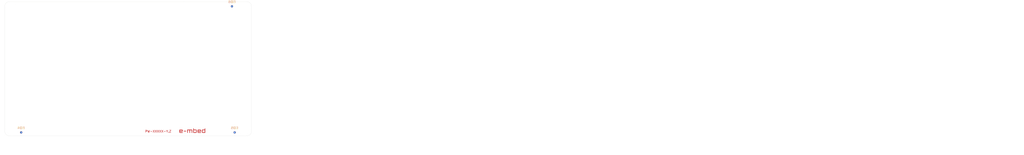
<source format=kicad_pcb>
(kicad_pcb (version 20240108) (generator "pcbnew") (generator_version "8.0")
  (layers (0 "F.Cu" signal) (1 "In1.Cu" signal) (2 "In2.Cu" signal) (31 "B.Cu" signal) (34 "B.Paste" user) (35 "F.Paste" user) (36 "B.SilkS" user "B.Silkscreen") (37 "F.SilkS" user "F.Silkscreen") (38 "B.Mask" user) (39 "F.Mask" user) (44 "Edge.Cuts" user))
  (property "Customer" "e-mbed")
  (property "PCB_BaseCopper" "35/17/17/35")
  (property "PCB_CTI_PLC" "5")
  (property "PCB_Code" "PW-XXXXX")
  (property "PCB_Designer" "Xosu Ph.")
  (property "PCB_Dim" "0 x 0 mm")
  (property "PCB_Finish" "HASL (lead free)")
  (property "PCB_Flammability" "94V-0")
  (property "PCB_HF" "Yes")
  (property "PCB_IPC" "II")
  (property "PCB_Layers" "4")
  (property "PCB_Overlay" "Top (Wite)")
  (property "PCB_PanelDim" "0 x 0 mm")
  (property "PCB_PanelRowCol" "0/0")
  (property "PCB_Revision" "Y.Z")
  (property "PCB_SeparationMethod" "CNC breakout pips")
  (property "PCB_Silkscreen" "Top & Bottom")
  (property "PCB_SoldermaskColor" "Green")
  (property "PCB_Substrate" "FR-4")
  (property "PCB_Tg" "Tg130")
  (property "PCB_Thickness" "1.6 mm")
  (property "PCB_UL" "Yes")
  (property "Project_Customer" "e-mbed")
  (property "Project_Name" "EMB-XXXXX ProjectName")
  (property "Sch_Code" "EW-XXXXX")
  (property "Sch_Designer" "Xosu Ph.")
  (property "Sch_Revision" "1.0")
  (net 0 "")
  (footprint "e-mbedLocalLib:e-mbedTextCopperMedium" (layer "F.Cu") (at 159.185786 135.285786)
    (property "Reference" "Lo1" (hide yes))
    (property "Value" "~" (hide yes))
    (fp_poly (pts (xy -2.744114 0.232911) (xy -2.744114 0.372658) (xy -3.256519 0.372658) (xy -3.768923 0.372658) (xy -3.768923 0.232911) (xy -3.768923 0.093165) (xy -3.256519 0.093165) (xy -2.744114 0.093165)) (fill solid) (layer "F.Cu"))
    (fp_poly (pts (xy -4.47189 -0.464999) (xy -4.408674 -0.426248) (xy -4.355269 -0.375409) (xy -4.313622 -0.315016) (xy -4.285679 -0.247604) (xy -4.277393 -0.211695) (xy -4.274502 -0.184525) (xy -4.272301 -0.141679) (xy -4.270819 -0.084404) (xy -4.27008 -0.013949) (xy -4.270112 0.068437) (xy -4.270431 0.114338) (xy -4.272857 0.385362) (xy -4.884778 0.387535) (xy -5.496699 0.389708) (xy -5.496699 0.527923) (xy -5.496596 0.57936) (xy -5.496059 0.616615) (xy -5.494744 0.642447) (xy -5.492307 0.659612) (xy -5.488402 0.670867) (xy -5.482687 0.67897) (xy -5.477158 0.684494) (xy -5.457618 0.702852) (xy -4.865238 0.705027) (xy -4.272857 0.707203) (xy -4.27053 0.844832) (xy -4.268203 0.982461) (xy -4.888803 0.982089) (xy -5.012166 0.981956) (xy -5.119614 0.9817) (xy -5.212172 0.981305) (xy -5.290864 0.980752) (xy -5.356713 0.980024) (xy -5.410744 0.979101) (xy -5.453981 0.977968) (xy -5.487448 0.976605) (xy -5.512169 0.974994) (xy -5.529168 0.973118) (xy -5.53947 0.970958) (xy -5.540366 0.970657) (xy -5.604481 0.939448) (xy -5.663318 0.894913) (xy -5.713051 0.840526) (xy -5.749258 0.78104) (xy -5.771957 0.732611) (xy -5.774417 0.268017) (xy -5.774911 0.165624) (xy -5.7752 0.078728) (xy -5.775253 0.00589) (xy -5.77516 -0.020031) (xy -5.496699 -0.020031) (xy -5.496699 0.127043) (xy -5.026642 0.127043) (xy -4.556585 0.127043) (xy -4.556585 -0.025408) (xy -4.556711 -0.080108) (xy -4.557258 -0.12044) (xy -4.558486 -0.148975) (xy -4.560649 -0.168285) (xy -4.564006 -0.180939) (xy -4.568814 -0.189508) (xy -4.573524 -0.194798) (xy -4.577757 -0.198572) (xy -4.583212 -0.20174) (xy -4.591306 -0.204354) (xy -4.603457 -0.206468) (xy -4.621082 -0.208134) (xy -4.645598 -0.209407) (xy -4.678423 -0.210339) (xy -4.720975 -0.210982) (xy -4.774671 -0.211391) (xy -4.840928 -0.211617) (xy -4.921164 -0.211715) (xy -5.016797 -0.211737) (xy -5.026027 -0.211737) (xy -5.461591 -0.211737) (xy -5.479145 -0.189421) (xy -5.485538 -0.180136) (xy -5.490164 -0.169201) (xy -5.493306 -0.153888) (xy -5.495247 -0.131472) (xy -5.496269 -0.099223) (xy -5.496655 -0.054416) (xy -5.496699 -0.020031) (xy -5.77516 -0.020031) (xy -5.775037 -0.054332) (xy -5.774522 -0.103378) (xy -5.773675 -0.142689) (xy -5.772465 -0.173704) (xy -5.77086 -0.197865) (xy -5.768828 -0.216611) (xy -5.766339 -0.231384) (xy -5.763359 -0.243624) (xy -5.763141 -0.244387) (xy -5.735392 -0.311415) (xy -5.693618 -0.372138) (xy -5.640411 -0.423533) (xy -5.578367 -0.462574) (xy -5.574407 -0.464463) (xy -5.526342 -0.486995) (xy -5.022407 -0.486995) (xy -4.518473 -0.486995)) (fill solid) (layer "F.Cu"))
    (fp_poly (pts (xy -1.251185 -0.489251) (xy -0.266424 -0.486995) (xy -0.210666 -0.459544) (xy -0.148756 -0.419774) (xy -0.095947 -0.366513) (xy -0.053886 -0.301479) (xy -0.048149 -0.289854) (xy -0.021173 -0.232911) (xy -0.018738 0.374775) (xy -0.016303 0.982461) (xy -0.156368 0.982461) (xy -0.296432 0.982461) (xy -0.296432 0.407678) (xy -0.296441 0.295061) (xy -0.296491 0.198149) (xy -0.29662 0.115708) (xy -0.296864 0.046505) (xy -0.297258 -0.010694) (xy -0.297839 -0.057123) (xy -0.298643 -0.094016) (xy -0.299707 -0.122607) (xy -0.301067 -0.144129) (xy -0.302758 -0.159816) (xy -0.304818 -0.170902) (xy -0.307283 -0.178621) (xy -0.310189 -0.184207) (xy -0.313571 -0.188893) (xy -0.313986 -0.189421) (xy -0.331539 -0.211737) (xy -0.640061 -0.211737) (xy -0.720575 -0.211704) (xy -0.785861 -0.211545) (xy -0.837631 -0.211171) (xy -0.877594 -0.210493) (xy -0.907463 -0.209422) (xy -0.928947 -0.207869) (xy -0.943758 -0.205745) (xy -0.953607 -0.20296) (xy -0.960206 -0.199427) (xy -0.965264 -0.195055) (xy -0.965522 -0.194798) (xy -0.968826 -0.191125) (xy -0.971671 -0.186386) (xy -0.97409 -0.179366) (xy -0.976117 -0.168849) (xy -0.977788 -0.153617) (xy -0.979136 -0.132454) (xy -0.980197 -0.104144) (xy -0.981004 -0.06747) (xy -0.981592 -0.021217) (xy -0.981996 0.035834) (xy -0.982251 0.104897) (xy -0.98239 0.18719) (xy -0.982448 0.283929) (xy -0.982461 0.396331) (xy -0.982461 0.402301) (xy -0.982461 0.982461) (xy -1.126442 0.982461) (xy -1.270423 0.982461) (xy -1.270423 0.402301) (xy -1.270434 0.289095) (xy -1.270489 0.191612) (xy -1.270624 0.108635) (xy -1.270871 0.038948) (xy -1.271267 -0.018666) (xy -1.271846 -0.065424) (xy -1.272642 -0.102542) (xy -1.273689 -0.131235) (xy -1.275022 -0.152722) (xy -1.276676 -0.168218) (xy -1.278685 -0.17894) (xy -1.281084 -0.186103) (xy -1.283906 -0.190926) (xy -1.287188 -0.194623) (xy -1.287362 -0.194798) (xy -1.292386 -0.199217) (xy -1.29886 -0.202793) (xy -1.308494 -0.205614) (xy -1.322999 -0.207771) (xy -1.344087 -0.209352) (xy -1.373468 -0.210447) (xy -1.412853 -0.211143) (xy -1.463954 -0.211531) (xy -1.528481 -0.211699) (xy -1.608145 -0.211737) (xy -1.612823 -0.211737) (xy -1.921344 -0.211737) (xy -1.938898 -0.189421) (xy -1.942337 -0.184759) (xy -1.945295 -0.179337) (xy -1.947807 -0.171921) (xy -1.949911 -0.161278) (xy -1.951643 -0.146173) (xy -1.953038 -0.125372) (xy -1.954134 -0.097643) (xy -1.954966 -0.061751) (xy -1.95557 -0.016462) (xy -1.955984 0.039457) (xy -1.956242 0.107241) (xy -1.956382 0.188123) (xy -1.95644 0.283336) (xy -1.956452 0.394115) (xy -1.956452 0.407678) (xy -1.956452 0.982461) (xy -2.096198 0.982461) (xy -2.235945 0.982461) (xy -2.235945 0.245477) (xy -2.235945 -0.491506)) (fill solid) (layer "F.Cu"))
    (fp_poly (pts (xy 0.728376 -0.732874) (xy 0.728376 -0.491756) (xy 1.217489 -0.489376) (xy 1.706603 -0.486995) (xy 1.757419 -0.462081) (xy 1.813501 -0.426527) (xy 1.864597 -0.378977) (xy 1.905762 -0.324376) (xy 1.918834 -0.300667) (xy 1.943748 -0.24985) (xy 1.943748 0.245615) (xy 1.943748 0.741081) (xy 1.92105 0.78951) (xy 1.883621 0.850463) (xy 1.833502 0.903459) (xy 1.774423 0.944698) (xy 1.762729 0.950774) (xy 1.706973 0.978226) (xy 1.077928 0.980502) (xy 0.448883 0.982778) (xy 0.448883 0.004394) (xy 0.448883 -0.174906) (xy 0.728376 -0.174906) (xy 0.728376 0.247092) (xy 0.728395 0.342509) (xy 0.728489 0.42243) (xy 0.728713 0.488295) (xy 0.729124 0.541546) (xy 0.729776 0.583626) (xy 0.730726 0.615977) (xy 0.732029 0.640039) (xy 0.73374 0.657255) (xy 0.735916 0.669068) (xy 0.738612 0.676918) (xy 0.741884 0.682247) (xy 0.745315 0.686029) (xy 0.749539 0.689795) (xy 0.754981 0.692957) (xy 0.763056 0.695568) (xy 0.775177 0.697681) (xy 0.792759 0.699348) (xy 0.817216 0.700622) (xy 0.84996 0.701556) (xy 0.892407 0.702203) (xy 0.945969 0.702615) (xy 1.012062 0.702844) (xy 1.092098 0.702944) (xy 1.187491 0.702968) (xy 1.199884 0.702968) (xy 1.297929 0.702928) (xy 1.380424 0.70278) (xy 1.448759 0.702481) (xy 1.504323 0.701987) (xy 1.548506 0.701257) (xy 1.582696 0.700246) (xy 1.608283 0.698912) (xy 1.626656 0.697212) (xy 1.639204 0.695102) (xy 1.647317 0.692541) (xy 1.652385 0.689485) (xy 1.653001 0.688951) (xy 1.656493 0.685022) (xy 1.659418 0.679151) (xy 1.661826 0.669919) (xy 1.663768 0.655905) (xy 1.665292 0.635691) (xy 1.66645 0.607855) (xy 1.667291 0.570979) (xy 1.667864 0.523643) (xy 1.668221 0.464426) (xy 1.66841 0.39191) (xy 1.668482 0.304674) (xy 1.66849 0.248537) (xy 1.668471 0.152585) (xy 1.668379 0.072137) (xy 1.668158 0.005761) (xy 1.667755 -0.047978) (xy 1.667113 -0.090513) (xy 1.666179 -0.123278) (xy 1.664896 -0.147707) (xy 1.663212 -0.165233) (xy 1.661071 -0.177291) (xy 1.658417 -0.185315) (xy 1.655197 -0.190737) (xy 1.651551 -0.194798) (xy 1.647308 -0.19858) (xy 1.64184 -0.201753) (xy 1.633727 -0.204371) (xy 1.621547 -0.206486) (xy 1.60388 -0.208152) (xy 1.579304 -0.209423) (xy 1.546398 -0.210352) (xy 1.503741 -0.210992) (xy 1.449912 -0.211397) (xy 1.38349 -0.211621) (xy 1.303054 -0.211716) (xy 1.207182 -0.211737) (xy 1.201096 -0.211737) (xy 1.104375 -0.211727) (xy 1.023164 -0.211659) (xy 0.956034 -0.211475) (xy 0.901558 -0.211117) (xy 0.858304 -0.210526) (xy 0.824846 -0.209644) (xy 0.799755 -0.208415) (xy 0.781601 -0.206778) (xy 0.768955 -0.204677) (xy 0.76039 -0.202053) (xy 0.754476 -0.198849) (xy 0.749784 -0.195005) (xy 0.747979 -0.193322) (xy 0.728376 -0.174906) (xy 0.448883 -0.174906) (xy 0.448883 -0.973991) (xy 0.58863 -0.973991) (xy 0.728376 -0.973991)) (fill solid) (layer "F.Cu"))
    (fp_poly (pts (xy 3.667289 -0.464999) (xy 3.730506 -0.426248) (xy 3.783911 -0.375409) (xy 3.825558 -0.315016) (xy 3.8535 -0.247604) (xy 3.861787 -0.211695) (xy 3.864678 -0.184525) (xy 3.866878 -0.141679) (xy 3.868361 -0.084404) (xy 3.8691 -0.013949) (xy 3.869067 0.068437) (xy 3.868748 0.114338) (xy 3.866322 0.385362) (xy 3.254402 0.387535) (xy 2.642481 0.389708) (xy 2.64275 0.527282) (xy 2.643178 0.581777) (xy 2.644353 0.621809) (xy 2.646485 0.649846) (xy 2.649783 0.668356) (xy 2.654455 0.679805) (xy 2.655817 0.681794) (xy 2.658655 0.685053) (xy 2.662686 0.687877) (xy 2.669099 0.690306) (xy 2.679081 0.692382) (xy 2.69382 0.694145) (xy 2.714505 0.695637) (xy 2.742321 0.696899) (xy 2.778459 0.697973) (xy 2.824105 0.698898) (xy 2.880447 0.699717) (xy 2.948674 0.700471) (xy 3.029973 0.7012) (xy 3.125531 0.701945) (xy 3.236538 0.702749) (xy 3.267468 0.702968) (xy 3.866322 0.707203) (xy 3.86865 0.844832) (xy 3.870977 0.982461) (xy 3.250377 0.982089) (xy 3.127014 0.981956) (xy 3.019565 0.9817) (xy 2.927008 0.981305) (xy 2.848316 0.980752) (xy 2.782467 0.980024) (xy 2.728436 0.979101) (xy 2.685199 0.977968) (xy 2.651732 0.976605) (xy 2.627011 0.974994) (xy 2.610012 0.973118) (xy 2.59971 0.970958) (xy 2.598814 0.970657) (xy 2.534698 0.939448) (xy 2.475862 0.894913) (xy 2.426129 0.840526) (xy 2.389921 0.78104) (xy 2.367223 0.732611) (xy 2.367223 0.245615) (xy 2.367223 -0.029951) (xy 2.642481 -0.029951) (xy 2.642481 -0.023932) (xy 2.642481 0.127043) (xy 3.112538 0.127043) (xy 3.582594 0.127043) (xy 3.582594 -0.025408) (xy 3.582469 -0.080108) (xy 3.581921 -0.12044) (xy 3.580694 -0.148975) (xy 3.57853 -0.168285) (xy 3.575173 -0.180939) (xy 3.570365 -0.189508) (xy 3.565656 -0.194798) (xy 3.561412 -0.19858) (xy 3.555945 -0.201753) (xy 3.547832 -0.204371) (xy 3.535652 -0.206486) (xy 3.517985 -0.208152) (xy 3.493408 -0.209423) (xy 3.460502 -0.210352) (xy 3.417845 -0.210992) (xy 3.364016 -0.211397) (xy 3.297594 -0.211621) (xy 3.217158 -0.211716) (xy 3.121287 -0.211737) (xy 3.115201 -0.211737) (xy 3.01848 -0.211727) (xy 2.937269 -0.211659) (xy 2.870139 -0.211475) (xy 2.815662 -0.211117) (xy 2.772409 -0.210526) (xy 2.738951 -0.209644) (xy 2.71386 -0.208415) (xy 2.695705 -0.206778) (xy 2.68306 -0.204677) (xy 2.674495 -0.202053) (xy 2.668581 -0.198849) (xy 2.663889 -0.195005) (xy 2.662083 -0.193322) (xy 2.655078 -0.186108) (xy 2.649977 -0.177868) (xy 2.64648 -0.165993) (xy 2.644283 -0.147873) (xy 2.643086 -0.120899) (xy 2.642586 -0.082461) (xy 2.642481 -0.029951) (xy 2.367223 -0.029951) (xy 2.367223 -0.24138) (xy 2.389126 -0.287962) (xy 2.423699 -0.344983) (xy 2.470014 -0.397367) (xy 2.523431 -0.440356) (xy 2.556154 -0.459265) (xy 2.612482 -0.486995) (xy 3.116594 -0.486995) (xy 3.620707 -0.486995)) (fill solid) (layer "F.Cu"))
    (fp_poly (pts (xy 5.784662 0.004235) (xy 5.784662 0.982461) (xy 5.164272 0.982089) (xy 5.04093 0.981955) (xy 4.933502 0.9817) (xy 4.840965 0.981305) (xy 4.762293 0.980751) (xy 4.696463 0.980023) (xy 4.64245 0.9791) (xy 4.599231 0.977966) (xy 4.56578 0.976602) (xy 4.541074 0.974991) (xy 4.524089 0.973114) (xy 4.513799 0.970953) (xy 4.512919 0.970657) (xy 4.445791 0.938359) (xy 4.38743 0.893583) (xy 4.339816 0.838584) (xy 4.30493 0.775616) (xy 4.285688 0.712103) (xy 4.283606 0.692302) (xy 4.28181 0.657755) (xy 4.280299 0.610525) (xy 4.27907 0.552681) (xy 4.278122 0.486287) (xy 4.277454 0.41341) (xy 4.277063 0.336117) (xy 4.276948 0.256472) (xy 4.27697 0.245615) (xy 4.565055 0.245615) (xy 4.565074 0.341213) (xy 4.565167 0.42131) (xy 4.56539 0.487347) (xy 4.565799 0.540763) (xy 4.566447 0.582996) (xy 4.567392 0.615485) (xy 4.568688 0.639671) (xy 4.57039 0.656991) (xy 4.572554 0.668886) (xy 4.575236 0.676793) (xy 4.57849 0.682153) (xy 4.581994 0.686029) (xy 4.586225 0.6898) (xy 4.591676 0.692966) (xy 4.599764 0.69558) (xy 4.611906 0.697693) (xy 4.629518 0.69936) (xy 4.654016 0.700633) (xy 4.686818 0.701565) (xy 4.729338 0.70221) (xy 4.782994 0.702619) (xy 4.849202 0.702847) (xy 4.929378 0.702945) (xy 5.024939 0.702968) (xy 5.035112 0.702968) (xy 5.132246 0.70295) (xy 5.213857 0.702861) (xy 5.281362 0.702649) (xy 5.336177 0.702259) (xy 5.379719 0.70164) (xy 5.413403 0.700738) (xy 5.438648 0.6995) (xy 5.456867 0.697874) (xy 5.469479 0.695806) (xy 5.4779 0.693244) (xy 5.483545 0.690134) (xy 5.487832 0.686424) (xy 5.48823 0.686029) (xy 5.492075 0.681709) (xy 5.49529 0.676143) (xy 5.497931 0.667881) (xy 5.500054 0.655476) (xy 5.501716 0.637476) (xy 5.502973 0.612434) (xy 5.503881 0.578901) (xy 5.504497 0.535426) (xy 5.504877 0.480562) (xy 5.505078 0.412858) (xy 5.505157 0.330867) (xy 5.505169 0.250992) (xy 5.505152 0.156074) (xy 5.505063 0.076628) (xy 5.504842 0.011185) (xy 5.504432 -0.041722) (xy 5.503774 -0.083561) (xy 5.50281 -0.115799) (xy 5.50148 -0.139905) (xy 5.499727 -0.157345) (xy 5.497492 -0.169588) (xy 5.494716 -0.178102) (xy 5.491341 -0.184353) (xy 5.487615 -0.189421) (xy 5.470061 -0.211737) (xy 5.034497 -0.211737) (xy 4.937437 -0.211719) (xy 4.855899 -0.21163) (xy 4.788465 -0.211417) (xy 4.733717 -0.211027) (xy 4.690238 -0.210406) (xy 4.656611 -0.209502) (xy 4.631418 -0.208262) (xy 4.613242 -0.206632) (xy 4.600665 -0.20456) (xy 4.59227 -0.201992) (xy 4.586639 -0.198875) (xy 4.582355 -0.195157) (xy 4.581994 -0.194798) (xy 4.578171 -0.190505) (xy 4.574971 -0.184974) (xy 4.572338 -0.176766) (xy 4.570218 -0.16444) (xy 4.568555 -0.146559) (xy 4.567293 -0.121682) (xy 4.566377 -0.088371) (xy 4.565753 -0.045188) (xy 4.565363 0.009309) (xy 4.565154 0.076557) (xy 4.56507 0.157996) (xy 4.565055 0.245615) (xy 4.27697 0.245615) (xy 4.277107 0.176543) (xy 4.277539 0.098396) (xy 4.27824 0.024096) (xy 4.279211 -0.04429) (xy 4.280448 -0.104696) (xy 4.281951 -0.155056) (xy 4.283717 -0.193303) (xy 4.285745 -0.217372) (xy 4.286483 -0.221907) (xy 4.309009 -0.289756) (xy 4.345957 -0.352512) (xy 4.394943 -0.407184) (xy 4.45358 -0.450782) (xy 4.48036 -0.464999) (xy 4.526943 -0.486995) (xy 5.016056 -0.489376) (xy 5.505169 -0.491756) (xy 5.505169 -0.732874) (xy 5.505169 -0.973991) (xy 5.644915 -0.973991) (xy 5.784662 -0.973991)) (fill solid) (layer "F.Cu"))
  )
  (footprint "MountingHole:MountingHole_3.2mm_M3_ISO14580" (layer "F.Cu") (at 182.585786 80.585786)
    (property "Reference" "H3" (hide yes))
    (property "Value" "MountingHole")
    (pad "" np_thru_hole circle (at 0 0) (size 3.2 3.2) (drill 3.2) (layers "*.Cu" "*.Mask"))
  )
  (footprint "MountingHole:MountingHole_3.2mm_M3_ISO14580" (layer "F.Cu") (at 78.585786 134.585786)
    (property "Reference" "H1" (hide yes))
    (property "Value" "MountingHole")
    (pad "" np_thru_hole circle (at 0 0) (size 3.2 3.2) (drill 3.2) (layers "*.Cu" "*.Mask"))
  )
  (footprint "Fiducial:Fiducial_1mm_Mask2mm" (layer "F.Cu") (at 82.885786 136.085786)
    (property "Reference" "FID1" (at 0 -2 0) (layer "F.SilkS"))
    (property "Value" "Fiducial")
    (pad "" smd circle (at 0 0) (size 1 1) (layers "F.Cu" "F.Mask") (clearance 0.5))
  )
  (footprint "e-mbedLocalLib:PCBCodeCopper" (layer "F.Cu") (at 143.985786 135.685786)
    (property "Reference" "Co1" (hide yes))
    (property "Value" "~")
    (fp_text user "${PCB_Code}-${PCB_Revision}" (at 0 0.5 0) (layer "F.Cu") (effects (justify bottom)))
  )
  (footprint "MountingHole:MountingHole_3.2mm_M3_ISO14580" (layer "F.Cu") (at 182.585786 134.585786)
    (property "Reference" "H2" (hide yes))
    (property "Value" "MountingHole")
    (pad "" np_thru_hole circle (at 0 0) (size 3.2 3.2) (drill 3.2) (layers "F&B.Cu" "*.Mask"))
  )
  (footprint "MountingHole:MountingHole_3.2mm_M3_ISO14580" (layer "F.Cu") (at 78.585786 80.585786)
    (property "Reference" "H4" (hide yes))
    (property "Value" "MountingHole")
    (pad "" np_thru_hole circle (at 0 0) (size 3.2 3.2) (drill 3.2) (layers "F&B.Cu" "*.Mask"))
  )
  (footprint "Fiducial:Fiducial_1mm_Mask2mm" (layer "F.Cu") (at 178.085786 136.085786)
    (property "Reference" "FID2" (at 0 -2 0) (layer "F.SilkS"))
    (property "Value" "Fiducial")
    (pad "" smd circle (at 0 0) (size 1 1) (layers "F.Cu" "F.Mask") (clearance 0.5))
  )
  (footprint "Fiducial:Fiducial_1mm_Mask2mm" (layer "F.Cu") (at 176.885786 79.685786)
    (property "Reference" "FID3" (at 0 -2 0) (layer "F.SilkS"))
    (property "Value" "Fiducial")
    (pad "" smd circle (at 0 0) (size 1 1) (layers "F.Cu" "F.Mask") (clearance 0.5))
  )
  (footprint "Fiducial:Fiducial_1mm_Mask2mm" (layer "B.Cu") (at 178.085786 136.085786 180)
    (property "Reference" "FID5" (at 0 2 0) (layer "B.SilkS") (effects (justify mirror)))
    (property "Value" "Fiducial")
    (pad "" smd circle (at 0 0 180) (size 1 1) (layers "B.Cu" "B.Mask") (clearance 0.5))
  )
  (footprint "Fiducial:Fiducial_1mm_Mask2mm" (layer "B.Cu") (at 176.885786 79.685786 180)
    (property "Reference" "FID6" (at 0 2 0) (layer "B.SilkS") (effects (justify mirror)))
    (property "Value" "Fiducial")
    (pad "" smd circle (at 0 0 180) (size 1 1) (layers "B.Cu" "B.Mask") (clearance 0.5))
  )
  (footprint "Fiducial:Fiducial_1mm_Mask2mm" (layer "B.Cu") (at 82.885786 136.085786 180)
    (property "Reference" "FID4" (at 0 2 0) (layer "B.SilkS") (effects (justify mirror)))
    (property "Value" "Fiducial")
    (pad "" smd circle (at 0 0 180) (size 1 1) (layers "B.Cu" "B.Mask") (clearance 0.5))
  )
  (gr_line (start 183.585786 137.585786) (end 77.585786 137.585786) (stroke (width 0.05)) (layer "Edge.Cuts"))
  (gr_line (start 185.585786 79.585786) (end 185.585786 135.585786) (stroke (width 0.05)) (layer "Edge.Cuts"))
  (gr_line (start 155.585786 77.585786) (end 183.585786 77.585786) (stroke (width 0.05)) (layer "Edge.Cuts"))
  (gr_arc (start 185.585786 135.585786) (mid 185 137) (end 183.585786 137.585786) (stroke (width 0.05)) (layer "Edge.Cuts"))
  (gr_arc (start 183.585786 77.585786) (mid 185 78.171572) (end 185.585786 79.585786) (stroke (width 0.05)) (layer "Edge.Cuts"))
  (gr_line (start 77.585786 77.585786) (end 155.585786 77.585786) (stroke (width 0.05)) (layer "Edge.Cuts"))
  (gr_arc (start 77.585786 137.585786) (mid 76.171572 137) (end 75.585786 135.585786) (stroke (width 0.05)) (layer "Edge.Cuts"))
  (gr_arc (start 75.585786 79.585786) (mid 76.171572 78.171572) (end 77.585786 77.585786) (stroke (width 0.05)) (layer "Edge.Cuts"))
  (gr_line (start 75.585786 135.585786) (end 75.585786 79.585786) (stroke (width 0.05)) (layer "Edge.Cuts"))
)
</source>
